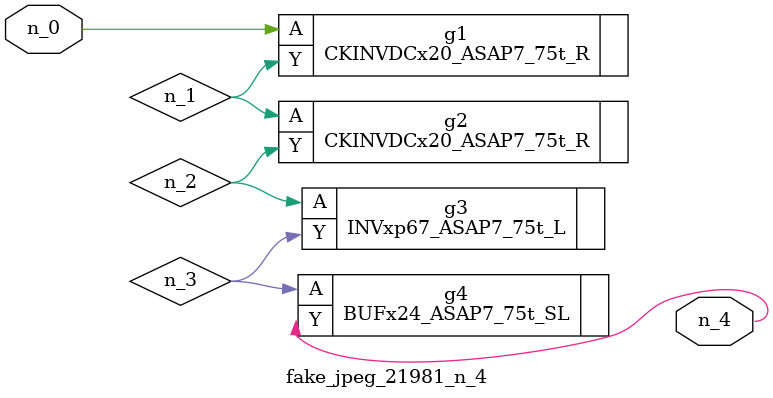
<source format=v>
module fake_jpeg_21981_n_4 (n_0, n_4);

input n_0;

output n_4;

wire n_3;
wire n_2;
wire n_1;

CKINVDCx20_ASAP7_75t_R g1 ( 
.A(n_0),
.Y(n_1)
);

CKINVDCx20_ASAP7_75t_R g2 ( 
.A(n_1),
.Y(n_2)
);

INVxp67_ASAP7_75t_L g3 ( 
.A(n_2),
.Y(n_3)
);

BUFx24_ASAP7_75t_SL g4 ( 
.A(n_3),
.Y(n_4)
);


endmodule
</source>
